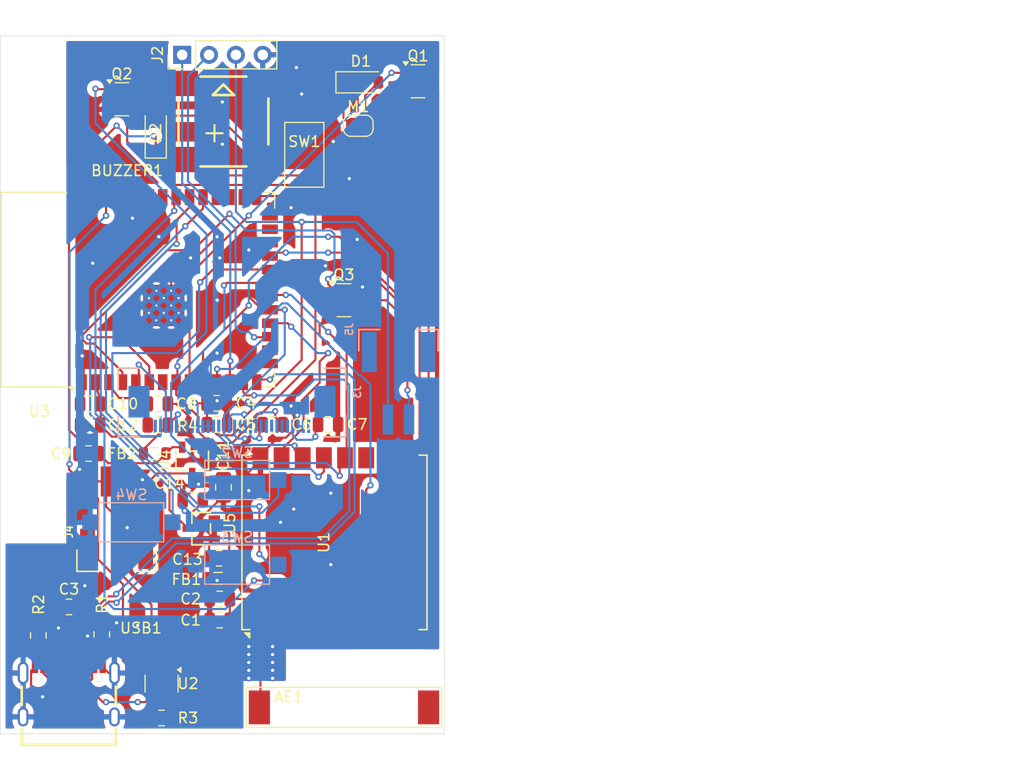
<source format=kicad_pcb>
(kicad_pcb (version 20240108) (generator "pcbnew") (generator_version "8.0")
  (layers (0 "F.Cu" signal) (31 "B.Cu" signal) (34 "B.Paste" user) (35 "F.Paste" user) (36 "B.SilkS" user "B.Silkscreen") (37 "F.SilkS" user "F.Silkscreen") (38 "B.Mask" user) (39 "F.Mask" user) (44 "Edge.Cuts" user))
  (net 0 "")
  (net 1 "Net-(D1-A)")
  (net 2 "GND")
  (net 3 "VIBRATE")
  (net 4 "BUZZER")
  (net 5 "Net-(D2-A)")
  (net 6 "LCD_LED")
  (net 7 "LCD_RST")
  (net 8 "RADIO_CS")
  (net 9 "+3.3V")
  (net 10 "ESP32_SCK")
  (net 11 "BTN_OK")
  (net 12 "ESP32_SCL")
  (net 13 "VBAT_STATUS")
  (net 14 "ESP32_MOSI")
  (net 15 "BTN_DOWN")
  (net 16 "RADIO_RST")
  (net 17 "ESP32_TX")
  (net 18 "LCD_CS")
  (net 19 "BTN_UP")
  (net 20 "ESP32_D-")
  (net 21 "ESP32_D+")
  (net 22 "ESP32_SDA")
  (net 23 "ESP32_MISO")
  (net 24 "BOOTMODE")
  (net 25 "ESP32_RX")
  (net 26 "VBAT_SCALED")
  (net 27 "RADIO_DIO0")
  (net 28 "RADIO_DIO1")
  (net 29 "RADIO_DIO2")
  (net 30 "Net-(AE1-A)")
  (net 31 "+BATT")
  (net 32 "+5V")
  (net 34 "Net-(J5-Pin_2)")
  (net 38 "Net-(U2-PROG)")
  (net 45 "Net-(U3-EN)")
  (net 51 "Net-(J3-Pin_19)")
  (net 52 "Net-(J3-Pin_20)")
  (net 53 "Net-(J3-Pin_27)")
  (net 64 "+3.3V_RF")
  (net 65 "Net-(U5-VOUT)")
  (net 66 "Net-(USB1-CC2)")
  (net 67 "Net-(USB1-CC1)")
  (net 72 "Net-(U4-VOUT)")
  (footprint "Capacitor_SMD:C_0805_2012Metric" (layer "F.Cu") (at 120.5 66.75)
    (property "Reference" "C5")
    (property "Value" "10u")
  )
  (footprint "Button_Switch_SMD:SW_SPST_CK_RS282G05A3" (layer "F.Cu") (at 128.75 41.25 -90)
    (property "Reference" "SW1")
    (property "Value" "SW_Push")
  )
  (footprint "Capacitor_SMD:C_0805_2012Metric" (layer "F.Cu") (at 109.6 86.6 90)
    (property "Reference" "R1")
    (property "Value" "5K1")
  )
  (footprint "Capacitor_SMD:C_0805_2012Metric" (layer "F.Cu") (at 120.75 85.25 180)
    (property "Reference" "C1")
    (property "Value" "100n")
  )
  (footprint "easyeda:BUZ-SMD_4P-L8.5-W8.5-P8.50-BR" (layer "F.Cu") (at 121.1 38.1)
    (property "Reference" "BUZZER1")
    (property "Value" "MLT-8530")
  )
  (footprint "Diode_SMD:D_SOD-123" (layer "F.Cu") (at 114.7 39.2 90)
    (property "Reference" "D2")
    (property "Value" "1N4148W")
  )
  (footprint "Package_TO_SOT_SMD:SOT-23-5" (layer "F.Cu") (at 115.25 91.25 -90)
    (property "Reference" "U2")
    (property "Value" "TP4054" (hide yes))
  )
  (footprint "Connector_PinHeader_2.54mm:PinHeader_1x04_P2.54mm_Vertical" (layer "F.Cu") (at 117.2 31.8 90)
    (property "Reference" "J2")
    (property "Value" "OLED_Disp")
  )
  (footprint "Package_TO_SOT_SMD:SOT-23" (layer "F.Cu") (at 132.5 55)
    (property "Reference" "Q3")
    (property "Value" "AO3400A")
  )
  (footprint "Capacitor_SMD:C_0805_2012Metric" (layer "F.Cu") (at 120.45 64.75)
    (property "Reference" "C4")
    (property "Value" "100n")
  )
  (footprint "Inductor_SMD:L_0805_2012Metric" (layer "F.Cu") (at 120.6 81.3 180)
    (property "Reference" "FB1")
    (property "Value" "GZ2012D601TF")
  )
  (footprint "Jumper:SolderJumper-2_P1.3mm_Open_RoundedPad1.0x1.5mm" (layer "F.Cu") (at 133.85 38.5)
    (property "Reference" "M1")
    (property "Value" "Motor_DC")
  )
  (footprint "Package_TO_SOT_SMD:SOT-23" (layer "F.Cu") (at 111.5 36)
    (property "Reference" "Q2")
    (property "Value" "AO3400A")
  )
  (footprint "RF_Module:ESP32-S3-WROOM-1" (layer "F.Cu") (at 113 54 90)
    (property "Reference" "U3")
    (property "Value" "ESP32-S3-WROOM-1" (hide yes))
  )
  (footprint "Diode_SMD:D_SOD-123" (layer "F.Cu") (at 134.1 34.4)
    (property "Reference" "D1")
    (property "Value" "1N4148W")
  )
  (footprint "Capacitor_SMD:C_0805_2012Metric" (layer "F.Cu") (at 103.6 86.7 90)
    (property "Reference" "R2")
    (property "Value" "5K1")
  )
  (footprint "Capacitor_SMD:C_0805_2012Metric" (layer "F.Cu") (at 115.25 94.5 180)
    (property "Reference" "R3")
    (property "Value" "2K2")
  )
  (footprint "Capacitor_SMD:C_0805_2012Metric" (layer "F.Cu") (at 114.9 66.8 180)
    (property "Reference" "R4")
    (property "Value" "10K")
  )
  (footprint "Capacitor_SMD:C_0805_2012Metric" (layer "F.Cu") (at 108.5 64.8 180)
    (property "Reference" "C10")
    (property "Value" "100n")
  )
  (footprint "Capacitor_SMD:C_0805_2012Metric" (layer "F.Cu") (at 120.7 79.4 180)
    (property "Reference" "C13")
    (property "Value" "1u")
  )
  (footprint "Capacitor_SMD:C_0805_2012Metric" (layer "F.Cu") (at 108.35 69.5 180)
    (property "Reference" "C9")
    (property "Value" "1u")
  )
  (footprint "easyeda:SOT-23-3_L2.9-W1.6-P1.90-LS2.8-BR" (layer "F.Cu") (at 119 76.6)
    (property "Reference" "U5")
    (property "Value" "MD57E33QA3")
  )
  (footprint "Capacitor_SMD:C_0805_2012Metric" (layer "F.Cu") (at 118.2 73.9 180)
    (property "Reference" "C14")
    (property "Value" "1u")
  )
  (footprint "easyeda:SOT-23-3_L2.9-W1.6-P1.90-LS2.8-BR" (layer "F.Cu") (at 118.15 70.14 90)
    (property "Reference" "U4")
    (property "Value" "MD57E33QA3")
  )
  (footprint "RF_Module:Ai-Thinker-Ra-01-LoRa" (layer "F.Cu") (at 131.6 77.9 90)
    (property "Reference" "U1")
    (property "Value" "Ai-Thinker-Ra-01" (hide yes))
  )
  (footprint "Capacitor_SMD:C_0805_2012Metric" (layer "F.Cu") (at 121.1 72.7 -90)
    (property "Reference" "C11")
    (property "Value" "1u")
  )
  (footprint "Inductor_SMD:L_0805_2012Metric" (layer "F.Cu") (at 114.6 69.5)
    (property "Reference" "FB2")
    (property "Value" "GZ2012D601TF")
  )
  (footprint "Capacitor_SMD:C_0805_2012Metric" (layer "F.Cu") (at 120.75 83.25 180)
    (property "Reference" "C2")
    (property "Value" "10u")
  )
  (footprint "Capacitor_SMD:C_0805_2012Metric" (layer "F.Cu") (at 125.75 66.75)
    (property "Reference" "C6")
    (property "Value" "2.2u")
  )
  (footprint "Capacitor_SMD:C_0805_2012Metric" (layer "F.Cu") (at 131 66.75)
    (property "Reference" "C7")
    (property "Value" "2.2u")
  )
  (footprint "Capacitor_SMD:C_0805_2012Metric" (layer "F.Cu") (at 108.5 66.8 180)
    (property "Reference" "C12")
    (property "Value" "10u")
  )
  (footprint "Capacitor_SMD:C_0805_2012Metric" (layer "F.Cu") (at 106.5 84)
    (property "Reference" "C3")
    (property "Value" "1u")
  )
  (footprint "Waffle2Rev0.1:ER-CON2.0-2P-SMD" (layer "F.Cu") (at 111 76.8875 180)
    (property "Reference" "J4")
    (property "Value" "BATT" (hide yes))
  )
  (footprint "easyeda:USB-C-SMD_TYPE-C16PIN" (layer "F.Cu") (at 106.48 92.04)
    (property "Reference" "USB1")
    (property "Value" "TYPE-C16PIN")
  )
  (footprint "RF_Antenna:Coilcraft_MA5532-AE_RFID" (layer "F.Cu") (at 129.5 93.5)
    (property "Reference" "AE1")
    (property "Value" "AN1603-433" (hide yes))
  )
  (footprint "Package_TO_SOT_SMD:SOT-23" (layer "F.Cu") (at 139.5 34.3)
    (property "Reference" "Q1")
    (property "Value" "AO3400A")
  )
  (footprint "Capacitor_SMD:C_0805_2012Metric" (layer "F.Cu") (at 114.9 64.8)
    (property "Reference" "C8")
    (property "Value" "1u")
  )
  (footprint "Button_Switch_SMD:SW_SPST_CK_RS282G05A3" (layer "B.Cu") (at 122.4 80 180)
    (property "Reference" "SW3")
    (property "Value" "BTN_DN")
  )
  (footprint "Waffle2Rev0.1:ER-CON2.0-2P-SMD" (layer "B.Cu") (at 137.65 61.525 180)
    (property "Reference" "J5")
    (property "Value" "LCD_BL" (hide yes))
  )
  (footprint "Button_Switch_SMD:SW_SPST_CK_RS282G05A3" (layer "B.Cu") (at 122.4 72 180)
    (property "Reference" "SW2")
    (property "Value" "BTN_UP")
  )
  (footprint "Waffle2Rev0.1:ER-CON30HB-1" (layer "B.Cu") (at 121.91 64.675)
    (property "Reference" "J3")
    (property "Value" "FH34SRJ-30S-0.5SH" (hide yes))
  )
  (footprint "Button_Switch_SMD:SW_SPST_CK_RS282G05A3" (layer "B.Cu") (at 112.4 76 180)
    (property "Reference" "SW4")
    (property "Value" "BTN_OK")
  )
  (gr_line (start 110.25 63) (end 111.25 64.25) (stroke (width 0.2)) (layer "F.Cu") (net 45))
  (gr_line (start 110 74.5) (end 110.5 75) (stroke (width 0.2)) (layer "F.Cu") (net 31))
  (gr_line (start 110.5 75) (end 113.25 75) (stroke (width 0.2)) (layer "F.Cu") (net 31))
  (gr_line (start 111.25 64.25) (end 112.75 64.25) (stroke (width 0.2)) (layer "F.Cu") (net 45))
  (gr_line (start 110 72.25) (end 110 74.5) (stroke (width 0.2)) (layer "F.Cu") (net 31))
  (gr_line (start 114 64.75) (end 114 66.75) (stroke (width 0.2)) (layer "F.Cu") (net 45))
  (gr_line (start 124.6 85.9) (end 124.6 92.8) (stroke (width 0.2)) (layer "F.Cu") (net 30))
  (gr_line (start 109.5 64.75) (end 109.5 66.75) (stroke (width 0.2)) (layer "F.Cu") (net 9))
  (gr_line (start 109 62.75) (end 109.5 64.75) (stroke (width 0.2)) (layer "F.Cu") (net 9))
  (gr_line (start 112.75 64.25) (end 114 64.75) (stroke (width 0.2)) (layer "F.Cu") (net 45))
  (gr_line (start 113.25 75) (end 114 74.25) (stroke (width 0.2)) (layer "F.Cu") (net 31))
  (gr_line (start 142 30) (end 142 96) (stroke (width 0.05)) (layer "Edge.Cuts"))
  (gr_line (start 100 96) (end 100 30) (stroke (width 0.05)) (layer "Edge.Cuts"))
  (gr_line (start 100 96) (end 142 96) (stroke (width 0.05)) (layer "Edge.Cuts"))
  (gr_line (start 100 30) (end 142 30) (stroke (width 0.05)) (layer "Edge.Cuts"))
  (segment (start 134.5 35.65) (end 135.75 34.4) (width 0.2) (layer "F.Cu") (net 1))
  (segment (start 137.5 31.5) (end 135.75 33.25) (width 0.2) (layer "F.Cu") (net 1))
  (segment (start 134.5 38.5) (end 134.5 35.65) (width 0.2) (layer "F.Cu") (net 1))
  (segment (start 135.75 33.25) (end 135.75 34.4) (width 0.2) (layer "F.Cu") (net 1))
  (segment (start 140.4375 32.9375) (end 139 31.5) (width 0.2) (layer "F.Cu") (net 1))
  (segment (start 140.4375 34.3) (end 140.4375 32.9375) (width 0.2) (layer "F.Cu") (net 1))
  (segment (start 139 31.5) (end 137.5 31.5) (width 0.2) (layer "F.Cu") (net 1))
  (segment (start 110.8 85.7) (end 111 85.5) (width 0.2) (layer "F.Cu") (net 2))
  (segment (start 119.1 68.9) (end 119.4 68.9) (width 0.2) (layer "F.Cu") (net 2))
  (segment (start 118 67.8) (end 119.1 68.9) (width 0.2) (layer "F.Cu") (net 2))
  (segment (start 109.6 85.65) (end 110.85 85.65) (width 0.2) (layer "F.Cu") (net 2))
  (segment (start 128 34.2) (end 125.45 36.75) (width 0.2) (layer "F.Cu") (net 2))
  (segment (start 107.5 71) (end 107.5 69.6) (width 0.2) (layer "F.Cu") (net 2))
  (segment (start 119.75 78.04) (end 120.24 77.55) (width 0.2) (layer "F.Cu") (net 2))
  (segment (start 131.25 73.25) (end 131.125 73.375) (width 0.2) (layer "F.Cu") (net 2))
  (segment (start 121.1 73.65) (end 124.6 70.15) (width 0.2) (layer "F.Cu") (net 2))
  (segment (start 131.95 66.75) (end 131.95 60.101471) (width 0.2) (layer "F.Cu") (net 2))
  (segment (start 116.16 52.84) (end 118 51) (width 0.2) (layer "F.Cu") (net 2))
  (segment (start 123.434313 64.6) (end 123.284313 64.75) (width 0.2) (layer "F.Cu") (net 2))
  (segment (start 127.75 74.75) (end 129.75 74.75) (width 0.2) (layer "F.Cu") (net 2))
  (segment (start 118 66.151471) (end 118 67.8) (width 0.2) (layer "F.Cu") (net 2))
  (segment (start 119.85 72.4) (end 121.1 73.65) (width 0.2) (layer "F.Cu") (net 2))
  (segment (start 102.915 90.045) (end 102.915 91.415) (width 0.2) (layer "F.Cu") (net 2))
  (segment (start 121.4 66.7) (end 121.45 66.75) (width 0.2) (layer "F.Cu") (net 2))
  (segment (start 105.25 85.75) (end 105.5 86) (width 0.2) (layer "F.Cu") (net 2))
  (segment (start 120.5 82.55) (end 120.5 81.5) (width 0.2) (layer "F.Cu") (net 2))
  (segment (start 118.75 72.4) (end 119.85 72.4) (width 0.2) (layer "F.Cu") (net 2))
  (segment (start 123.348529 54.5) (end 121 54.5) (width 0.2) (layer "F.Cu") (net 2))
  (segment (start 117.25 74.75) (end 117.441394 74.941394) (width 0.2) (layer "F.Cu") (net 2))
  (segment (start 130.2 57.3125) (end 131.5625 55.95) (width 0.2) (layer "F.Cu") (net 2))
  (segment (start 120.24 77.55) (end 119 76.31) (width 0.2) (layer "F.Cu") (net 2))
  (segment (start 117.25 73.9) (end 117.25 74.75) (width 0.2) (layer "F.Cu") (net 2))
  (segment (start 126.25 68) (end 127 68) (width 0.2) (layer "F.Cu") (net 2))
  (segment (start 123.13385 68.087157) (end 123.13385 68.63385) (width 0.2) (layer "F.Cu") (net 2))
  (segment (start 103.28 89.68) (end 102.915 90.045) (width 0.2) (layer "F.Cu") (net 2))
  (segment (start 131.5 40) (end 128.85 37.35) (width 0.2) (layer "F.Cu") (net 2))
  (segment (start 107.5 69.6) (end 107.4 69.5) (width 0.2) (layer "F.Cu") (net 2))
  (segment (start 128 66) (end 128.077527 65.922473) (width 0.2) (layer "F.Cu") (net 2))
  (segment (start 110.85 85.65) (end 111 85.5) (width 0.2) (layer "F.Cu") (net 2))
  (segment (start 127 68) (end 128 67) (width 0.2) (layer "F.Cu") (net 2))
  (segment (start 112 72.1375) (end 113.282579 72.1375) (width 0.2) (layer "F.Cu") (net 2))
  (segment (start 131.125 73.375) (end 131.125 79.875) (width 0.2) (layer "F.Cu") (net 2))
  (segment (start 119.8 83.25) (end 120.5 82.55) (width 0.2) (layer "F.Cu") (net 2))
  (segment (start 133 43.5) (end 133 48.5) (width 0.2) (layer "F.Cu") (net 2))
  (segment (start 110.25 90.25) (end 109.68 89.68) (width 0.2) (layer "F.Cu") (net 2))
  (segment (start 124.6 69.65) (end 126.25 68) (width 0.2) (layer "F.Cu") (net 2))
  (segment (start 117.441394 74.941394) (end 117.441394 74.910076) (width 0.2) (layer "F.Cu") (net 2))
  (segment (start 113.282579 72.1375) (end 113.442914 71.977165) (width 0.2) (layer "F.Cu") (net 2))
  (segment (start 120.75 64.75) (end 120.5 64.5) (width 0.2) (layer "F.Cu") (net 2))
  (segment (start 134.25 53.75) (end 132.25 51.75) (width 0.2) (layer "F.Cu") (net 2))
  (segment (start 133 48.5) (end 133.75 49.25) (width 0.2) (layer "F.Cu") (net 2))
  (segment (start 119.1 68.9) (end 123.6 68.9) (width 0.2) (layer "F.Cu") (net 2))
  (segment (start 123.284313 64.75) (end 121.4 64.75) (width 0.2) (layer "F.Cu") (net 2))
  (segment (start 115.85 64.8) (end 116.648529 64.8) (width 0.2) (layer "F.Cu") (net 2))
  (segment (start 107.74 62.75) (end 107.74 60.26) (width 0.2) (layer "F.Cu") (net 2))
  (segment (start 128.85 37.35) (end 128.75 37.35) (width 0.2) (layer "F.Cu") (net 2))
  (segment (start 103.6 85.75) (end 105.25 85.75) (width 0.2) (layer "F.Cu") (net 2))
  (segment (start 121 54.5) (end 120.5 55) (width 0.2) (layer "F.Cu") (net 2))
  (segment (start 118.5 81.95) (end 118.5 80.65) (width 0.2) (layer "F.Cu") (net 2))
  (segment (start 119.75 79.4) (end 119.75 78.04) (width 0.2) (layer "F.Cu") (net 2))
  (segment (start 124.82 31.8) (end 126.8 31.8) (width 0.2) (layer "F.Cu") (net 2))
  (segment (start 119.4 68.9) (end 120.5 70) (width 0.2) (layer "F.Cu") (net 2))
  (segment (start 107.777477 66.8) (end 108.482326 67.504849) (width 0.2) (layer "F.Cu") (net 2))
  (segment (start 132.25 51.75) (end 130.75 51.75) (width 0.2) (layer "F.Cu") (net 2))
  (segment (start 120.75 51) (end 122.75 51) (width 0.2) (layer "F.Cu") (net 2))
  (segment (start 116.648529 64.8) (end 118 66.151471) (width 0.2) (layer "F.Cu") (net 2))
  (segment (start 128 67) (end 128 66) (width 0.2) (layer "F.Cu") (net 2))
  (segment (start 121.4 64.75) (end 120.75 64.75) (width 0.2) (layer "F.Cu") (net 2))
  (segment (start 102.915 91.415) (end 104 92.5) (width 0.2) (layer "F.Cu") (net 2))
  (segment (start 131.5625 55.95) (end 131.5625 55.496948) (width 0.2) (layer "F.Cu") (net 2))
  (segment (start 124.45 55.601471) (end 123.348529 54.5) (width 0.2) (layer "F.Cu") (net 2))
  (segment (start 138.5625 35.25) (end 138.5625 37.9375) (width 0.2) (layer "F.Cu") (net 2))
  (segment (start 121.4 64.75) (end 121.4 66.7) (width 0.2) (layer "F.Cu") (net 2))
  (segment (start 131.5625 55.496948) (end 133.309448 53.75) (width 0.2) (layer "F.Cu") (net 2))
  (segment (start 117.25 73.9) (end 118.75 72.4) (width 0.2) (layer "F.Cu") (net 2))
  (segment (start 110.8 90.25) (end 110.25 90.25) (width 0.2) (layer "F.Cu") (net 2))
  (segment (start 118.5 80.65) (end 119.75 79.4) (width 0.2) (layer "F.Cu") (net 2))
  (segment (start 107.75 60.25) (end 107.74 60.26) (width 0.2) (layer "F.Cu") (net 2))
  (segment (start 109.6 85.65) (end 109.35 85.65) (width 0.2) (layer "F.Cu") (net 2))
  (segment (start 119 75.6) (end 120.95 73.65) (width 0.2) (layer "F.Cu") (net 2))
  (segment (start 110.8 90.25) (end 110.8 85.7) (width 0.2) (layer "F.Cu") (net 2))
  (segment (start 128 33) (end 128 34.2) (width 0.2) (layer "F.Cu") (net 2))
  (segment (start 120.5 60) (end 124.45 56.05) (width 0.2) (layer "F.Cu") (net 2))
  (segment (start 119.8 83.25) (end 118.5 81.95) (width 0.2) (layer "F.Cu") (net 2))
  (segment (start 119.8 85.25) (end 119.8 83.25) (width 0.2) (layer "F.Cu") (net 2))
  (segment (start 133.309448 53.75) (end 134.25 53.75) (width 0.2) (layer "F.Cu") (net 2))
  (segment (start 122.75 51) (end 123.5 50.25) (width 0.2) (layer "F.Cu") (net 2))
  (segment (start 124.45 56.05) (end 124.45 55.601471) (width 0.2) (layer "F.Cu") (net 2))
  (segment (start 122.85 73.65) (end 123.5 73) (width 0.2) (layer "F.Cu") (net 2))
  (segment (start 114.25 49) (end 115 49) (width 0.2) (layer "F.Cu") (net 2))
  (segment (start 119 76.31) (end 119 75.6) (width 0.2) (layer "F.Cu") (net 2))
  (segment (start 121.5 36.75) (end 121 36.25) (width 0.2) (layer "F.Cu") (net 2))
  (segment (start 107.55 66.8) (end 107.777477 66.8) (width 0.2) (layer "F.Cu") (net 2))
  (segment (start 109.35 85.65) (end 108.25 86.75) (width 0.2) (layer "F.Cu") (net 2))
  (segment (start 126.5 76) (end 127.75 74.75) (width 0.2) (layer "F.Cu") (net 2))
  (segment (start 124.4 69.9) (end 124.6 69.9) (width 0.2) (layer "F.Cu") (net 2))
  (segment (start 123.6 68.9) (end 124.6 69.9) (width 0.2) (layer "F.Cu") (net 2))
  (segment (start 131.95 60.101471) (end 130.2 58.351471) (width 0.2) (layer "F.Cu") (net 2))
  (segment (start 138.5625 37.9375) (end 133 43.5) (width 0.2) (layer "F.Cu") (net 2))
  (segment (start 129.75 74.75) (end 131.25 73.25) (width 0.2) (layer "F.Cu") (net 2))
  (segment (start 118.5 51) (end 120.5 49) (width 0.2) (layer "F.Cu") (net 2))
  (segment (start 116.16 54.1) (end 116.16 52.84) (width 0.2) (layer "F.Cu") (net 2))
  (segment (start 124.6 69.9) (end 124.6 69.65) (width 0.2) (layer "F.Cu") (net 2))
  (segment (start 128.077527 65.922473) (end 128.077527 65.877589) (width 0.2) (layer "F.Cu") (net 2))
  (segment (start 112.5 47.25) (end 114.25 49) (width 0.2) (layer "F.Cu") (net 2))
  (segment (start 123.13385 68.63385) (end 124.4 69.9) (width 0.2) (layer "F.Cu") (net 2))
  (segment (start 118 51) (end 118.5 51) (width 0.2) (layer "F.Cu") (net 2))
  (segment (start 120.95 73.65) (end 121.1 73.65) (width 0.2) (layer "F.Cu") (net 2))
  (segment (start 112.5 47.75) (end 112.5 47.25) (width 0.2) (layer "F.Cu") (net 2))
  (segment (start 108.75 51.5) (end 112.5 47.75) (width 0.2) (layer "F.Cu") (net 2))
  (segment (start 130.2 58.351471) (end 130.2 57.3125) (width 0.2) (layer "F.Cu") (net 2))
  (segment (start 121.1 73.65) (end 122.85 73.65) (width 0.2) (layer "F.Cu") (net 2))
  (segment (start 125.75 87.75) (end 126.6 86.9) (width 0.2) (layer "F.Cu") (net 2))
  (segment (start 125.45 36.75) (end 121.5 36.75) (width 0.2) (layer "F.Cu") (net 2))
  (segment (start 124.6 70.15) (end 124.6 69.9) (width 0.2) (layer "F.Cu") (net 2))
  (segment (start 126.8 31.8) (end 128 33) (width 0.2) (layer "F.Cu") (net 2))
  (segment (start 126.6 86.9) (end 126.6 85.9) (width 0.2) (layer "F.Cu") (net 2))
  (segment (start 131.125 79.875) (end 131.25 80) (width 0.2) (layer "F.Cu") (net 2))
  (via (at 113.442914 71.977165) (size 0.6) (drill 0.3) (layers "F.Cu" "B.Cu") (net 2))
  (via (at 120.5 55) (size 0.6) (drill 0.3) (layers "F.Cu" "B.Cu") (net 2))
  (via (at 120.5 64.5) (size 0.6) (drill 0.3) (layers "F.Cu" "B.Cu") (net 2))
  (via (at 107.74 60.26) (size 0.6) (drill 0.3) (layers "F.Cu" "B.Cu") (net 2))
  (via (at 131.25 80) (size 0.6) (drill 0.3) (layers "F.Cu" "B.Cu") (net 2))
  (via (at 123.5 90) (size 0.6) (drill 0.3) (layers "F.Cu" "B.Cu") (net 2))
  (via (at 123.434313 64.6) (size 0.6) (drill 0.3) (layers "F.Cu" "B.Cu") (net 2))
  (via (at 112.5 47.25) (size 0.6) (drill 0.3) (layers "F.Cu" "B.Cu") (net 2))
  (via (at 108.75 51.5) (size 0.6) (drill 0.3) (layers "F.Cu" "B.Cu") (net 2))
  (via (at 125.75 90) (size 0.6) (drill 0.3) (layers "F.Cu" "B.Cu") (net 2))
  (via (at 133 43.5) (size 0.6) (drill 0.3) (layers "F.Cu" "B.Cu") (net 2))
  (via (at 121 36.25) (size 0.6) (drill 0.3) (layers "F.Cu" "B.Cu") (net 2))
  (via (at 125.75 90.75) (size 0.6) (drill 0.3) (layers "F.Cu" "B.Cu") (net 2))
  (via (at 123.5 73) (size 0.6) (drill 0.3) (layers "F.Cu" "B.Cu") (net 2))
  (via (at 120.5 81.5) (size 0.6) (drill 0.3) (layers "F.Cu" "B.Cu") (net 2))
  (via (at 126.5 76) (size 0.6) (drill 0.3) (layers "F.Cu" "B.Cu") (net 2))
  (via (at 115 49) (size 0.6) (drill 0.3) (layers "F.Cu" "B.Cu") (net 2))
  (via (at 133.75 49.25) (size 0.6) (drill 0.3) (layers "F.Cu" "B.Cu") (net 2))
  (via (at 123.5 87.75) (size 0.6) (drill 0.3) (layers "F.Cu" "B.Cu") (net 2))
  (via (at 108.482326 67.504849) (size 0.6) (drill 0.3) (layers "F.Cu" "B.Cu") (net 2))
  (via (at 123.13385 68.087157) (size 0.6) (drill 0.3) (layers "F.Cu" "B.Cu") (net 2))
  (via (at 108.25 86.75) (size 0.6) (drill 0.3) (layers "F.Cu" "B.Cu") (net 2))
  (via (at 128 33) (size 0.6) (drill 0.3) (layers "F.Cu" "B.Cu") (net 2))
  (via (at 123.5 90.75) (size 0.6) (drill 0.3) (layers "F.Cu" "B.Cu") (net 2))
  (via (at 123.5 88.5) (size 0.6) (drill 0.3) (layers "F.Cu" "B.Cu") (net 2))
  (via (at 134.25 53.75) (size 0.6) (drill 0.3) (layers "F.Cu" "B.Cu") (net 2))
  (via (at 130.75 51.75) (size 0.6) (drill 0.3) (layers "F.Cu" "B.Cu") (net 2))
  (via (at 131.5 40) (size 0.6) (drill 0.3) (layers "F.Cu" "B.Cu") (net 2))
  (via (at 107.5 71) (size 0.6) (drill 0.3) (layers "F.Cu" "B.Cu") (net 2))
  (via (at 104 92.5) (size 0.6) (drill 0.3) (layers "F.Cu" "B.Cu") (net 2))
  (via (at 125.75 89.25) (size 0.6) (drill 0.3) (layers "F.Cu" "B.Cu") (net 2))
  (via (at 121 40.25) (size 0.6) (drill 0.3) (layers "F.Cu" "B.Cu") (net 2))
  (via (at 127.75 74.75) (size 0.6) (drill 0.3) (layers "F.Cu" "B.Cu") (net 2))
  (via (at 125.75 88.5) (size 0.6) (drill 0.3) (layers "F.Cu" "B.Cu") (net 2))
  (via (at 120.5 70) (size 0.6) (drill 0.3) (layers "F.Cu" "B.Cu") (net 2))
  (via (at 105.5 86) (size 0.6) (drill 0.3) (layers "F.Cu" "B.Cu") (net 2))
  (via (at 125.75 87.75) (size 0.6) (drill 0.3) (layers "F.Cu" "B.Cu") (net 2))
  (via (at 120.5 60) (size 0.6) (drill 0.3) (layers "F.Cu" "B.Cu") (net 2))
  (via (at 120.75 51) (size 0.6) (drill 0.3) (layers "F.Cu" "B.Cu") (net 2))
  (via (at 128.077527 65.877589) (size 0.6) (drill 0.3) (layers "F.Cu" "B.Cu") (net 2))
  (via (at 118 51) (size 0.6) (drill 0.3) (layers "F.Cu" "B.Cu") (net 2))
  (via (at 123.5 89.25) (size 0.6) (drill 0.3) (layers "F.Cu" "B.Cu") (net 2))
  (via (at 108 82) (size 0.6) (drill 0.3) (layers "F.Cu" "B.Cu") (net 2))
  (via (at 127.5 65) (size 0.6) (drill 0.3) (layers "F.Cu" "B.Cu") (net 2))
  (via (at 118.75 72.4) (size 0.6) (drill 0.3) (layers "F.Cu" "B.Cu") (net 2))
  (via (at 123.5 50.25) (size 0.6) (drill 0.3) (layers "F.Cu" "B.Cu") (net 2))
  (via (at 111 85.5) (size 0.6) (drill 0.3) (layers "F.Cu" "B.Cu") (net 2))
  (via (at 112 76.5) (size 0.6) (drill 0.3) (layers "F.Cu" "B.Cu") (net 2))
  (via (at 120.5 49) (size 0.6) (drill 0.3) (layers "F.Cu" "B.Cu") (net 2))
  (via (at 131.25 73.25) (size 0.6) (drill 0.3) (layers "F.Cu" "B.Cu") (net 2))
  (via (at 113 85.75) (size 0.6) (drill 0.3) (layers "F.Cu" "B.Cu") (net 2))
  (via (at 117.441394 74.910076) (size 0.6) (drill 0.3) (layers "F.Cu" "B.Cu") (net 2))
  (via (at 127.5 46.25) (size 0.6) (drill 0.3) (layers "F.Cu" "B.Cu") (net 2))
  (via (at 128.5 35.5) (size 0.6) (drill 0.3) (layers "F.Cu" "B.Cu") (net 2))
  (segment (start 108.482326 70.017674) (end 107.5 71) (width 0.2) (layer "B.Cu") (net 2))
  (segment (start 133 43.5) (end 131.5 42) (width 0.2) (layer "B.Cu") (net 2))
  (segment (start 128.077527 65.877589) (end 128.077527 65.577527) (width 0.2) (layer "B.Cu") (net 2))
  (segment (start 128.077527 65.577527) (end 127.5 65) (width 0.2) (layer "B.Cu") (net 2))
  (segment (start 111 85.5) (end 112.75 85.5) (width 0.2) (layer "B.Cu") (net 2))
  (segment (start 118.5 72) (end 118.5 72.15) (width 0.2) (layer "B.Cu") (net 2))
  (segment (start 128.16 65.960062) (end 128.16 66.925) (width 0.2) (layer "B.Cu") (net 2))
  (segment (start 120.75 49.25) (end 120.75 51) (width 0.2) (layer "B.Cu") (net 2))
  (segment (start 128.66 66.925) (end 128.16 66.925) (width 0.2) (layer "B.Cu") (net 2))
  (segment (start 123.434313 64.565687) (end 123.434313 64.6) (width 0.2) (layer "B.Cu") (net 2))
  (segment (start 108.75 51.75) (end 108.75 51.5) (width 0.2) (layer "B.Cu") (net 2))
  (segment (start 128 35) (end 128.5 35.5) (width 0.2) (layer "B.Cu") (net 2))
  (segment (start 120.5 49) (end 120.75 49.25) (width 0.2) (layer "B.Cu") (net 2))
  (segment (start 127.5 65) (end 127.4 64.9) (width 0.2) (layer "B.Cu") (net 2))
  (segment (start 131.5 42) (end 131.5 40) (width 0.2) (layer "B.Cu") (net 2))
  (segment (start 122.447157 68.087157) (end 122.16 67.8) (width 0.2) (layer "B.Cu") (net 2))
  (segment (start 127.4 64.9) (end 123.9 64.9) (width 0.2) (layer "B.Cu") (net 2))
  (segment (start 121 36.25) (end 121 40.25) (width 0.2) (layer "B.Cu") (net 2))
  (segment (start 117.441394 74.910076) (end 118.531318 76) (width 0.2) (layer "B.Cu") (net 2))
  (segment (start 107.74 52.76) (end 108 52.5) (width 0.2) (layer "B.Cu") (net 2))
  (segment (start 128 33) (end 128 35) (width 0.2) (layer "B.Cu") (net 2))
  (segment (start 123.9 64.9) (end 123.5 64.5) (width 0.2) (layer "B.Cu") (net 2))
  (segment (start 111 85.5) (end 108 82.5) (width 0.2) (layer "B.Cu") (net 2))
  (segment (start 123.5 64.5) (end 123.434313 64.565687) (width 0.2) (layer "B.Cu") (net 2))
  (segment (start 113.442914 71.977165) (end 112 73.420079) (width 0.2) (layer "B.Cu") (net 2))
  (segment (start 118.5 72.15) (end 118.75 72.4) (width 0.2) (layer "B.Cu") (net 2))
  (segment (start 107.74 60.26) (end 107.74 52.76) (width 0.2) (layer "B.Cu") (net 2))
  (segment (start 108.482326 67.504849) (end 108.482326 70.017674) (width 0.2) (layer "B.Cu") (net 2))
  (segment (start 130.25 43.5) (end 127.5 46.25) (width 0.2) (layer "B.Cu") (net 2))
  (segment (start 119.9 60.6) (end 120.5 60) (width 0.2) (layer "B.Cu") (net 2))
  (segment (start 108 82.5) (end 108 82) (width 0.2) (layer "B.Cu") (net 2))
  (segment (start 133 43.5) (end 130.25 43.5) (width 0.2) (layer "B.Cu") (net 2))
  (segment (start 112.75 85.5) (end 113 85.75) (width 0.2) (layer "B.Cu") (net 2))
  (segment (start 122.16 67.8) (end 122.16 66.925) (width 0.2) (layer "B.Cu") (net 2))
  (segment (start 108 52.5) (end 108.75 51.75) (width 0.2) (layer "B.Cu") (net 2))
  (segment (start 123.13385 68.087157) (end 122.447157 68.087157) (width 0.2) (layer "B.Cu") (net 2))
  (segment (start 118.531318 76) (end 126.5 76) (width 0.2) (layer "B.Cu") (net 2))
  (segment (start 112 73.420079) (end 112 76.5) (width 0.2) (layer "B.Cu") (net 2))
  (segment (start 119.9 63.9) (end 119.9 60.6) (width 0.2) (layer "B.Cu") (net 2))
  (segment (start 128.077527 65.877589) (end 128.16 65.960062) (width 0.2) (layer "B.Cu") (net 2))
  (segment (start 120.5 64.5) (end 119.9 63.9) (width 0.2) (layer "B.Cu") (net 2))
  (segment (start 117.9 52.6) (end 123.5 47) (width 0.2) (layer "F.Cu") (net 3))
  (segment (start 117.9 62.75) (end 117.9 52.6) (width 0.2) (layer "F.Cu") (net 3))
  (segment (start 138.4125 33.5) (end 138.5625 33.35) (width 0.2) (layer "F.Cu") (net 3))
  (segment (start 137 33.5) (end 138.4125 33.5) (width 0.2) (layer "F.Cu") (net 3))
  (via (at 137 33.5) (size 0.6) (drill 0.3) (layers "F.Cu" "B.Cu") (net 3))
  (via (at 123.5 47) (size 0.6) (drill 0.3) (layers "F.Cu" "B.Cu") (net 3))
  (segment (start 123.5 47) (end 137 33.5) (width 0.2) (layer "B.Cu") (net 3))
  (segment (start 122.940279 67.487157) (end 124 66.427436) (width 0.2) (layer "F.Cu") (net 4))
  (segment (start 119.7 68.409744) (end 119.790256 68.5) (width 0.2) (layer "F.Cu") (net 4))
  (segment (start 119.790256 68.5) (end 121.927436 68.5) (width 0.2) (layer "F.Cu") (net 4))
  (segment (start 124.315256 65.725) (end 124.702436 65.725) (width 0.2) (layer "F.Cu") (net 4))
  (segment (start 122.53385 67.893586) (end 122.53385 67.838628) (width 0.2) (layer "F.Cu") (net 4))
  (segment (start 121.927436 68.5) (end 122.53385 67.893586) (width 0.2) (layer "F.Cu") (net 4))
  (segment (start 112 37.009448) (end 110.5625 35.571948) (width 0.2) (layer "F.Cu") (net 4))
  (segment (start 110.5625 35.05) (end 109.05 35.05) (width 0.2) (layer "F.Cu") (net 4))
  (segment (start 116.1 44.1) (end 112 40) (width 0.2) (layer "F.Cu") (net 4))
  (segment (start 109.05 35.05) (end 109 35) (width 0.2) (layer "F.Cu") (net 4))
  (segment (start 129.8 60.627436) (end 129.8 44.1) (width 0.2) (layer "F.Cu") (net 4))
  (segment (start 119.355256 68.065) (end 119.7 68.065) (width 0.2) (layer "F.Cu") (net 4))
  (segment (start 122.885321 67.487157) (end 122.940279 67.487157) (width 0.2) (layer "F.Cu") (net 4))
  (segment (start 116.75 62.63) (end 116.63 62.75) (width 0.2) (layer "F.Cu") (net 4))
  (segment (start 124 66.427436) (end 124 66.040256) (width 0.2) (layer "F.Cu") (net 4))
  (segment (start 110.5625 35.571948) (end 110.5625 35.05) (width 0.2) (layer "F.Cu") (net 4))
  (segment (start 116.75 61.25) (end 116.75 62.63) (width 0.2) (layer "F.Cu") (net 4))
  (segment (start 122.53385 67.838628) (end 122.885321 67.487157) (width 0.2) (layer "F.Cu") (net 4))
  (segment (start 116.63 62.75) (end 116.63 63.920256) (width 0.2) (layer "F.Cu") (net 4))
  (segment (start 118.75 66.040256) (end 118.75 67.459744) (width 0.2) (layer "F.Cu") (net 4))
  (segment (start 116.63 63.920256) (end 118.75 66.040256) (width 0.2) (layer "F.Cu") (net 4))
  (segment (start 124.702436 65.725) (end 129.8 60.627436) (width 0.2) (layer "F.Cu") (net 4))
  (segment (start 129.8 44.1) (end 116.1 44.1) (width 0.2) (layer "F.Cu") (net 4))
  (segment (start 124 66.040256) (end 124.315256 65.725) (width 0.2) (layer "F.Cu") (net 4))
  (segment (start 112 40) (end 112 37.009448) (width 0.2) (layer "F.Cu") (net 4))
  (segment (start 118.75 67.459744) (end 119.355256 68.065) (width 0.2) (layer "F.Cu") (net 4))
  (segment (start 119.7 68.065) (end 119.7 68.409744) (width 0.2) (layer "F.Cu") (net 4))
  (via (at 109 35) (size 0.6) (drill 0.3) (layers "F.Cu" "B.Cu") (net 4))
  (via (at 116.75 61.25) (size 0.6) (drill 0.3) (layers "F.Cu" "B.Cu") (net 4))
  (segment (start 119.5 48.75) (end 119.5 58) (width 0.2) (layer "B.Cu") (net 4))
  (segment (start 116.75 60.75) (end 116.75 61.25) (width 0.2) (layer "B.Cu") (net 4))
  (segment (start 109 38.25) (end 119.5 48.75) (width 0.2) (layer "B.Cu") (net 4))
  (segment (start 119 58.5) (end 116.75 60.75) (width 0.2) (layer "B.Cu") (net 4))
  (segment (start 109 35) (end 109 38.25) (width 0.2) (layer "B.Cu") (net 4))
  (segment (start 119.5 58) (end 119 58.5) (width 0.2) (layer "B.Cu") (net 4))
  (segment (start 124.7 41.7) (end 120.55 37.55) (width 0.2) (layer "F.Cu") (net 5))
  (segment (start 120.55 37.55) (end 114.7 37.55) (width 0.2) (layer "F.Cu") (net 5))
  (segment (start 114.7 37.55) (end 113.9875 37.55) (width 0.2) (layer "F.Cu") (net 5))
  (segment (start 113.9875 37.55) (end 112.4375 36) (width 0.2) (layer "F.Cu") (net 5))
  (segment (start 115.777206 50.274265) (end 118.225735 50.274265) (width 0.2) (layer "F.Cu") (net 6))
  (segment (start 107.8 58.748529) (end 107.8 58.251471) (width 0.2) (layer "F.Cu") (net 6))
  (segment (start 111.55 62.75) (end 111.55 61.8) (width 0.2) (layer "F.Cu") (net 6))
  (segment (start 131 53) (end 131 53.4875) (width 0.2) (layer "F.Cu") (net 6))
  (segment (start 131 53.4875) (end 131.5625 54.05) (width 0.2) (layer "F.Cu") (net 6))
  (segment (start 108.151471 59.1) (end 107.8 58.748529) (width 0.2) (layer "F.Cu") (net 6))
  (segment (start 107.8 58.251471) (end 115.777206 50.274265) (width 0.2) (layer "F.Cu") (net 6))
  (segment (start 108.85 59.1) (end 108.151471 59.1) (width 0.2) (layer "F.Cu") (net 6))
  (segment (start 118.225735 50.274265) (end 121.674265 46.825735) (width 0.2) (layer "F.Cu") (net 6))
  (segment (start 111.55 61.8) (end 108.85 59.1) (width 0.2) (layer "F.Cu") (net 6))
  (via (at 121.674265 46.825735) (size 0.6) (drill 0.3) (layers "F.Cu" "B.Cu") (net 6))
  (via (at 131 53) (size 0.6) (drill 0.3) (layers "F.Cu" "B.Cu") (net 6))
  (segment (start 123.24853 48.4) (end 131.248529 48.4) (width 0.2) (layer "B.Cu") (net 6))
  (segment (start 121.674265 46.825735) (end 123.24853 48.4) (width 0.2) (layer "B.Cu") (net 6))
  (segment (start 131.6 52.4) (end 131 53) (width 0.2) (layer "B.Cu") (net 6))
  (segment (start 131.248529 48.4) (end 131.6 48.751471) (width 0.2) (layer "B.Cu") (net 6))
  (segment (start 131.6 48.751471) (end 131.6 52.4) (width 0.2) (layer "B.Cu") (net 6))
  (segment (start 113.1 61.1) (end 113.1 62.47) (width 0.2) (layer "F.Cu") (net 7))
  (segment (start 113.1 62.47) (end 112.82 62.75) (width 0.2) (layer "F.Cu") (net 7))
  (via (at 113.1 61.1) (size 0.6) (drill 0.3) (layers "F.Cu" "B.Cu") (net 7))
  (segment (start 115.66 63.66) (end 113.1 61.1) (width 0.2) (layer "B.Cu") (net 7))
  (segment (start 115.66 66.925) (end 115.66 63.66) (width 0.2) (layer "B.Cu") (net 7))
  (segment (start 127.175 57.175) (end 125.5 57.175) (width 0.2) (layer "F.Cu") (net 8))
  (segment (start 130.2 60.8) (end 131 60) (width 0.2) (layer "F.Cu") (net 8))
  (segment (start 128.677527 64.677527) (end 128.5 64.5) (width 0.2) (layer "F.Cu") (net 8))
  (segment (start 128.677527 67.055285) (end 128.677527 64.677527) (width 0.2) (layer "F.Cu") (net 8))
  (segment (start 128.5 64.5) (end 130.2 62.8) (width 0.2) (layer "F.Cu") (net 8))
  (segment (start 130.2 62.8) (end 130.2 60.8) (width 0.2) (layer "F.Cu") (net 8))
  (segment (start 126.6 69.132812) (end 128.677527 67.055285) (width 0.2) (layer "F.Cu") (net 8))
  (segment (start 127.5 57.5) (end 127.175 57.175) (width 0.2) (layer "F.Cu") (net 8))
  (segment (start 126.6 69.9) (end 126.6 69.132812) (width 0.2) (layer "F.Cu") (net 8))
  (via (at 127.5 57.5) (size 0.6) (drill 0.3) (layers "F.Cu" "B.Cu") (net 8))
  (via (at 131 60) (size 0.6) (drill 0.3) (layers "F.Cu" "B.Cu") (net 8))
  (segment (start 130 60) (end 127.5 57.5) (width 0.2) (layer "B.Cu") (net 8))
  (segment (start 131 60) (end 130 60) (width 0.2) (layer "B.Cu") (net 8))
  (segment (start 118.5 64.8) (end 118.4 64.7) (width 0.2) (layer "F.Cu") (net 9))
  (segment (start 116.8 65.8) (end 116.8 65.85) (width 0.2) (layer "F.Cu") (net 9))
  (segment (start 123.069372 65.791843) (end 123.352215 65.791843) (width 0.2) (layer "F.Cu") (net 9))
  (segment (start 121.934744 67.775) (end 120.575 67.775) (width 0.2) (layer "F.Cu") (net 9))
  (segment (start 118.65 64.75) (end 118.6 64.8) (width 0.2) (layer "F.Cu") (net 9))
  (segment (start 109.45 66.8) (end 110.55 67.9) (width 0.2) (layer "F.Cu") (net 9))
  (segment (start 123.069372 65.791843) (end 123.069372 66.640372) (width 0.2) (layer "F.Cu") (net 9))
  (segment (start 113.5375 69.5) (end 113.5375 69.1125) (width 0.2) (layer "F.Cu") (net 9))
  (segment (start 113.5375 69.1125) (end 114.75 67.9) (width 0.2) (layer "F.Cu") (net 9))
  (segment (start 119.55 66.75) (end 119.55 64.8) (width 0.2) (layer "F.Cu") (net 9))
  (segment (start 116.8 65.85) (end 115.85 66.8) (width 0.2) (layer "F.Cu") (net 9))
  (segment (start 118.6 64.8) (end 118.5 64.8) (width 0.2) (layer "F.Cu") (net 9))
  (segment (start 120.575 67.775) (end 119.55 66.75) (width 0.2) (layer "F.Cu") (net 9))
  (segment (start 123.069372 66.640372) (end 121.934744 67.775) (width 0.2) (layer "F.Cu") (net 9))
  (segment (start 114.75 67.9) (end 115.85 66.8) (width 0.2) (layer "F.Cu") (net 9))
  (segment (start 119.55 64.8) (end 119.5 64.75) (width 0.2) (layer "F.Cu") (net 9))
  (segment (start 119.5 64.75) (end 118.65 64.75) (width 0.2) (layer "F.Cu") (net 9))
  (segment (start 123.352215 65.791843) (end 128.5 60.644058) (width 0.2) (layer "F.Cu") (net 9))
  (segment (start 110.55 67.9) (end 114.75 67.9) (width 0.2) (layer "F.Cu") (net 9))
  (segment (start 128.5 60.644058) (end 128.5 47.6) (width 0.2) (layer "F.Cu") (net 9))
  (via (at 128.5 47.6) (size 0.6) (drill 0.3) (layers "F.Cu" "B.Cu") (net 9))
  (via (at 116.8 65.8) (size 0.6) (drill 0.3) (layers "F.Cu" "B.Cu") (net 9))
  (via (at 118.4 64.7) (size 0.6) (drill 0.3) (layers "F.Cu" "B.Cu") (net 9))
  (via (at 123.069372 65.791843) (size 0.6) (drill 0.3) (layers "F.Cu" "B.Cu") (net 9))
  (segment (start 123.251471 47.6) (end 122.28 46.628529) (width 0.2) (layer "B.Cu") (net 9))
  (segment (start 128.5 47.6) (end 123.251471 47.6) (width 0.2) (layer "B.Cu") (net 9))
  (segment (start 116.66 65.96) (end 116.66 66.925) (width 0.2) (layer "B.Cu") (net 9))
  (segment (start 123.069372 65.791843) (end 121.918157 65.791843) (width 0.2) (layer "B.Cu") (net 9))
  (segment (start 122.28 46.628529) (end 122.28 31.8) (width 0.2) (layer "B.Cu") (net 9))
  (segment (start 117.16 66.925) (end 117.66 66.925) (width 0.2) (layer "B.Cu") (net 9))
  (segment (start 121.918157 65.791843) (end 121.66 66.05) (width 0.2) (layer "B.Cu") (net 9))
  (segment (start 116.8 65.82) (end 116.66 65.96) (width 0.2) (layer "B.Cu") (net 9))
  (segment (start 136.65 66.275) (end 136.65 50.55) (width 0.2) (layer "B.Cu") (net 9))
  (segment (start 119.16 66.925) (end 118.66 66.925) (width 0.2) (layer "B.Cu") (net 9))
  (segment (start 118.66 66.925) (end 118.16 66.925) (width 0.2) (layer "B.Cu") (net 9))
  (segment (start 136.65 50.55) (end 133.7 47.6) (width 0.2) (layer "B.Cu") (net 9))
  (segment (start 116.66 66.925) (end 117.16 66.925) (width 0.2) (layer "B.Cu") (net 9))
  (segment (start 133.7 47.6) (end 128.5 47.6) (width 0.2) (layer "B.Cu") (net 9))
  (segment (start 117.66 66.925) (end 118.16 66.925) (width 0.2) (layer "B.Cu") (net 9))
  (segment (start 119.66 66.925) (end 119.16 66.925) (width 0.2) (layer "B.Cu") (net 9))
  (segment (start 121.66 66.05) (end 121.66 66.925) (width 0.2) (layer "B.Cu") (net 9))
  (segment (start 118.4 64.7) (end 118.66 64.96) (width 0.2) (layer "B.Cu") (net 9))
  (segment (start 116.8 65.8) (end 116.8 65.82) (width 0.2) (layer "B.Cu") (net 9))
  (segment (start 120.16 66.925) (end 119.66 66.925) (width 0.2) (layer "B.Cu") (net 9))
  (segment (start 118.66 64.96) (end 118.66 66.925) (width 0.2) (layer "B.Cu") (net 9))
  (segment (start 132.6 69.9) (end 132.75 69.75) (width 0.2) (layer "F.Cu") (net 10))
  (segment (start 132.1 70.4) (end 132.6 69.9) (width 0.2) (layer "F.Cu") (net 10))
  (segment (start 127 54.5) (end 125.635 54.5) (width 0.2) (layer "F.Cu") (net 10))
  (segment (start 132.75 69.75) (end 132.75 59.75) (width 0.2) (layer "F.Cu") (net 10))
  (segment (start 125.635 54.5) (end 125.5 54.635) (width 0.2) (layer "F.Cu") (net 10))
  (segment (start 132.75 59.75) (end 131 58) (width 0.2) (layer "F.Cu") (net 10))
  (segment (start 132.1 71.6) (end 132.1 70.4) (width 0.2) (layer "F.Cu") (net 10))
  (via (at 131 58) (size 0.6) (drill 0.3) (layers "F.Cu" "B.Cu") (net 10))
  (via (at 127 54.5) (size 0.6) (drill 0.3) (layers "F.Cu" "B.Cu") (net 10))
  (via (at 132.1 71.6) (size 0.6) (drill 0.3) (layers "F.Cu" "B.Cu") (net 10))
  (segment (start 127.5 54.5) (end 127 54.5) (width 0.2) (layer "B.Cu") (net 10))
  (segment (start 120.66 67.8) (end 123.26 70.4) (width 0.2) (layer "B.Cu") (net 10))
  (segment (start 131 58) (end 127.5 54.5) (width 0.2) (layer "B.Cu") (net 10))
  (segment (start 123.26 70.4) (end 130.9 70.4) (width 0.2) (layer "B.Cu") (net 10))
  (segment (start 120.66 66.925) (end 120.66 67.8) (width 0.2) (layer "B.Cu") (net 10))
  (segment (start 130.9 70.4) (end 132.1 71.6) (width 0.2) (layer "B.Cu") (net 10))
  (segment (start 116.450735 45.429265) (end 116.63 45.25) (width 0.2) (layer "F.Cu") (net 11))
  (segment (start 116.450735 46.549265) (end 116.450735 45.429265) (width 0.2) (layer "F.Cu") (net 11))
  (via (at 116.450735 46.549265) (size 0.6) (drill 0.3) (layers "F.Cu" "B.Cu") (net 11))
  (segment (start 116.3 73.031372) (end 109 65.731371) (width 0.2) (layer "B.Cu") (net 11))
  (segment (start 109 65.731371) (end 109 54) (width 0.2) (layer "B.Cu") (net 11))
  (segment (start 109 54) (end 116.450735 46.549265) (width 0.2) (layer "B.Cu") (net 11))
  (segment (start 116.3 76) (end 116.3 73.031372) (width 0.2) (layer "B.Cu") (net 11))
  (segment (start 125.445 58.5) (end 125.5 58.445) (width 0.2) (layer "F.Cu") (net 12))
  (segment (start 124 58.5) (end 125.445 58.5) (width 0.2) (layer "F.Cu") (net 12))
  (via (at 124 58.5) (size 0.6) (drill 0.3) (layers "F.Cu" "B.Cu") (net 12))
  (segment (start 117.75 33.79) (end 117.75 34) (width 0.2) (layer "B.Cu") (net 12))
  (segment (start 117.75 43.75) (end 122.25 48.25) (width 0.2) (layer "B.Cu") (net 12))
  (segment (start 122.25 48.25) (end 122.25 57.5) (width 0.2) (layer "B.Cu") (net 12))
  (segment (start 119.74 31.8) (end 117.75 33.79) (width 0.2) (layer "B.Cu") (net 12))
  (segment (start 123.5 58) (end 124 58.5) (width 0.2) (layer "B.Cu") (net 12))
  (segment (start 122.75 58) (end 123.5 58) (width 0.2) (layer "B.Cu") (net 12))
  (segment (start 117.75 34) (end 117.75 43.75) (width 0.2) (layer "B.Cu") (net 12))
  (segment (start 122.25 57.5) (end 122.75 58) (width 0.2) (layer "B.Cu") (net 12))
  (segment (start 110 45.53) (end 110.28 45.25) (width 0.2) (layer "F.Cu") (net 13))
  (segment (start 111.6 81.85) (end 109.25 79.5) (width 0.2) (layer "F.Cu") (net 13))
  (segment (start 115.549999 91.425) (end 113.925 91.425) (width 0.2) (layer "F.Cu") (net 13))
  (segment (start 111.6 89.1) (end 111.6 81.85) (width 0.2) (layer "F.Cu") (net 13))
  (segment (start 109.25 73.75) (end 106.5 71) (width 0.2) (layer "F.Cu") (net 13))
  (segment (start 109.25 79.5) (end 109.25 73.75) (width 0.2) (layer "F.Cu") (net 13))
  (segment (start 106.5 70.5) (end 106.55 70.5) (width 0.2) (layer "F.Cu") (net 13))
  (segment (start 106.5 71) (end 106.5 70.5) (width 0.2) (layer "F.Cu") (net 13))
  (segment (start 113.925 91.425) (end 111.6 89.1) (width 0.2) (layer "F.Cu") (net 13))
  (segment (start 116.2 90.1125) (end 116.2 90.774999) (width 0.2) (layer "F.Cu") (net 13))
  (segment (start 116.2 90.774999) (end 115.549999 91.425) (width 0.2) (layer "F.Cu") (net 13))
  (segment (start 110 47) (end 110 45.53) (width 0.2) (layer "F.Cu") (net 13))
  (via (at 110 47) (size 0.6) (drill 0.3) (layers "F.Cu" "B.Cu") (net 13))
  (via (at 106.55 70.5) (size 0.6) (drill 0.3) (layers "F.Cu" "B.Cu") (net 13))
  (segment (start 106.55 50.45) (end 110 47) (width 0.2) (layer "B.Cu") (net 13))
  (segment (start 106.55 70.5) (end 106.55 50.45) (width 0.2) (layer "B.Cu") (net 13))
  (segment (start 125.505 55.9) (end 125.5 55.905) (width 0.2) (layer "F.Cu") (net 14))
  (segment (start 127.828006 68.753335) (end 127.828006 69.128006) (width 0.2) (layer "F.Cu") (net 14))
  (segment (start 126.9 55.9) (end 125.505 55.9) (width 0.2) (layer "F.Cu") (net 14))
  (segment (start 127.828006 69.128006) (end 128.6 69.9) (width 0.2) (layer "F.Cu") (net 14))
  (via (at 126.9 55.9) (size 0.6) (drill 0.3) (layers "F.Cu" "B.Cu") (net 14))
  (via (at 127.828006 68.753335) (size 0.6) (drill 0.3) (layers "F.Cu" "B.Cu") (net 14))
  (segment (start 121.16 66.925) (end 121.16 67.734314) (width 0.2) (layer "B.Cu") (net 14))
  (segment (start 126.9 60.134314) (end 126.9 55.9) (width 0.2) (layer "B.Cu") (net 14))
  (segment (start 127.828006 68.728006) (end 127.828006 68.753335) (width 0.2) (layer "B.Cu") (net 14))
  (segment (start 121.16 65.874314) (end 126.9 60.134314) (width 0.2) (layer "B.Cu") (net 14))
  (segment (start 127.7 68.6) (end 127.828006 68.728006) (width 0.2) (layer "B.Cu") (net 14))
  (segment (start 122.112843 68.687157) (end 127.612843 68.687157) (width 0.2) (layer "B.Cu") (net 14))
  (segment (start 121.16 67.734314) (end 122.112843 68.687157) (width 0.2) (layer "B.Cu") (net 14))
  (segment (start 127.612843 68.687157) (end 127.7 68.6) (width 0.2) (layer "B.Cu") (net 14))
  (segment (start 121.16 66.925) (end 121.16 65.874314) (width 0.2) (layer "B.Cu") (net 14))
  (segment (start 117.9 46.2) (end 117.9 45.25) (width 0.2) (layer "F.Cu") (net 15))
  (segment (start 116.674265 47.425735) (end 117.9 46.2) (width 0.2) (layer "F.Cu") (net 15))
  (segment (start 116.674265 49.674265) (end 116.674265 47.425735) (width 0.2) (layer "F.Cu") (net 15))
  (segment (start 124.5 79) (end 124.5 74.5) (width 0.2) (layer "F.Cu") (net 15))
  (via (at 124.5 79) (size 0.6) (drill 0.3) (layers "F.Cu" "B.Cu") (net 15))
  (via (at 124.5 74.5) (size 0.6) (drill 0.3) (layers "F.Cu" "B.Cu") (net 15))
  (via (at 116.674265 49.674265) (size 0.6) (drill 0.3) (layers "F.Cu" "B.Cu") (net 15))
  (segment (start 118.9 74.5) (end 110 65.6) (width 0.2) (layer "B.Cu") (net 15))
  (segment (start 124.5 74.5) (end 118.9 74.5) (width 0.2) (layer "B.Cu") (net 15))
  (segment (start 125.5 80) (end 124.5 79) (width 0.2) (layer "B.Cu") (net 15))
  (segment (start 116.532843 49.532843) (end 116.674265 49.674265) (width 0.2) (layer "B.Cu") (net 15))
  (segment (start 110 56.065686) (end 116.532843 49.532843) (width 0.2) (layer "B.Cu") (net 15))
  (segment (start 126.3 80) (end 125.5 80) (width 0.2) (layer "B.Cu") (net 15))
  (segment (start 110 65.6) (end 110 56.065686) (width 0.2) (layer "B.Cu") (net 15))
  (segment (start 126.45 81.5) (end 124 81.5) (width 0.2) (layer "F.Cu") (net 16))
  (segment (start 108.4 58.5) (end 111.348529 58.5) (width 0.2) (layer "F.Cu") (net 16))
  (segment (start 111.348529 58.5) (end 114.09 61.241471) (width 0.2) (layer "F.Cu") (net 16))
  (segment (start 130.6 85.65) (end 126.45 81.5) (width 0.2) (layer "F.Cu") (net 16))
  (segment (start 114.09 61.241471) (end 114.09 62.75) (width 0.2) (layer "F.Cu") (net 16))
  (segment (start 130.6 85.9) (end 130.6 85.65) (width 0.2) (layer "F.Cu") (net 16))
  (via (at 124 81.5) (size 0.6) (drill 0.3) (layers "F.Cu" "B.Cu") (net 16))
  (via (at 108.4 58.5) (size 0.6) (drill 0.3) (layers "F.Cu" "B.Cu") (net 16))
  (segment (start 121.3 84.2) (end 110.751471 84.2) (width 0.2) (layer "B.Cu") (net 16))
  (segment (start 108.5 65.797057) (end 108.5 58.5) (width 0.2) (layer "B.Cu") (net 16))
  (segment (start 109.851471 83.3) (end 109.851471 67.148528) (width 0.2) (layer "B.Cu") (net 16))
  (segment (start 109.851471 67.148528) (end 108.5 65.797057) (width 0.2) (layer "B.Cu") (net 16))
  (segment (start 108.5 58.5) (end 108.4 58.5) (width 0.2) (layer "B.Cu") (net 16))
  (segment (start 124 81.5) (end 121.3 84.2) (width 0.2) (layer "B.Cu") (net 16))
  (segment (start 110.751471 84.2) (end 109.851471 83.3) (width 0.2) (layer "B.Cu") (net 16))
  (segment (start 120.105 52.095) (end 125.5 52.095) (width 0.2) (layer "F.Cu") (net 18))
  (segment (start 118.9 53.3) (end 120.105 52.095) (width 0.2) (layer "F.Cu") (net 18))
  (via (at 118.9 53.3) (size 0.6) (drill 0.3) (layers "F.Cu" "B.Cu") (net 18))
  (segment (start 115.16 67.8) (end 115.11 67.85) (width 0.2) (layer "B.Cu") (net 18))
  (segment (start 110.6 60) (end 116.7 60) (width 0.2) (layer "B.Cu") (net 18))
  (segment (start 116.7 60) (end 118.8 57.9) (width 0.2) (layer "B.Cu") (net 18))
  (segment (start 115.16 66.05) (end 115.16 67.8) (width 0.2) (layer "B.Cu") (net 18))
  (segment (start 115.16 66.925) (end 115.16 66.05) (width 0.2) (layer "B.Cu") (net 18))
  (segment (start 118.8 57.9) (end 118.8 53.3) (width 0.2) (layer "B.Cu") (net 18))
  (segment (start 115.11 67.85) (end 113.27 67.85) (width 0.2) (layer "B.Cu") (net 18))
  (segment (start 113.27 67.85) (end 110.6 65.18) (width 0.2) (layer "B.Cu") (net 18))
  (segment (start 110.6 65.18) (end 110.6 60) (width 0.2) (layer "B.Cu") (net 18))
  (segment (start 118.8 53.3) (end 118.9 53.3) (width 0.2) (layer "B.Cu") (net 18))
  (segment (start 119.17 46.33) (end 119.17 45.25) (width 0.2) (layer "F.Cu") (net 19))
  (segment (start 117.5 48) (end 119.17 46.33) (width 0.2) (layer "F.Cu") (net 19))
  (via (at 117.5 48) (size 0.6) (drill 0.3) (layers "F.Cu" "B.Cu") (net 19))
  (segment (start 109.5 56) (end 117.5 48) (width 0.2) (layer "B.Cu") (net 19))
  (segment (start 118.934314 75.1) (end 109.5 65.665686) (width 0.2) (layer "B.Cu") (net 19))
  (segment (start 124.748529 75.1) (end 118.934314 75.1) (width 0.2) (layer "B.Cu") (net 19))
  (segment (start 126.3 72) (end 126.3 73.548529) (width 0.2) (layer "B.Cu") (net 19))
  (segment (start 126.3 73.548529) (end 124.748529 75.1) (width 0.2) (layer "B.Cu") (net 19))
  (segment (start 109.5 65.665686) (end 109.5 56) (width 0.2) (layer "B.Cu") (net 19))
  (segment (start 105.73 89.68) (end 105.73 87.44457) (width 0.2) (layer "F.Cu") (net 20))
  (segment (start 111 83) (end 111 82.799997) (width 0.2) (layer "F.Cu") (net 20))
  (segment (start 123.28 64) (end 124 64) (width 0.2) (layer "F.Cu") (net 20))
  (segment (start 106.225 91) (end 106.5 91) (width 0.2) (layer "F.Cu") (net 20))
  (segment (start 111 82.799997) (end 110.975737 82.775734) (width 0.2) (layer "F.Cu") (net 20))
  (segment (start 105.73 90.505) (end 106.225 91) (width 0.2) (layer "F.Cu") (net 20))
  (segment (start 106.5 91) (end 106.73 90.77) (width 0.2) (layer "F.Cu") (net 20))
  (segment (start 105.73 87.44457) (end 110.17457 83) (width 0.2) (layer "F.Cu") (net 20))
  (segment (start 122.98 63.7) (end 123.28 64) (width 0.2) (layer "F.Cu") (net 20))
  (segment (start 122.98 62.75) (end 122.98 63.7) (width 0.2) (layer "F.Cu") (net 20))
  (segment (start 110.17457 83) (end 111 83) (width 0.2) (layer "F.Cu") (net 20))
  (segment (start 106.73 90.77) (end 106.73 89.68) (width 0.2) (layer "F.Cu") (net 20))
  (segment (start 105.73 89.68) (end 105.73 90.505) (width 0.2) (layer "F.Cu") (net 20))
  (via (at 124 64) (size 0.6) (drill 0.3) (layers "F.Cu" "B.Cu") (net 20))
  (via (at 110.975737 82.775734) (size 0.6) (drill 0.3) (layers "F.Cu" "B.Cu") (net 20))
  (segment (start 128.2 64) (end 124 64) (width 0.2) (layer "B.Cu") (net 20))
  (segment (start 110.975737 82.775734) (end 116.251471 77.5) (width 0.2) (layer "B.Cu") (net 20))
  (segment (start 130.434314 77.5) (end 133 74.934314) (width 0.2) (layer "B.Cu") (net 20))
  (segment (start 116.251471 77.5) (end 130.434314 77.5) (width 0.2) (layer "B.Cu") (net 20))
  (segment (start 133 63) (end 132.5 62.5) (width 0.2) (layer "B.Cu") (net 20))
  (segment (start 133 74.934314) (end 133 63) (width 0.2) (layer "B.Cu") (net 20))
  (segment (start 132.5 62.5) (end 129.7 62.5) (width 0.2) (layer "B.Cu") (net 20))
  (segment (start 129.7 62.5) (end 128.2 64) (width 0.2) (layer "B.Cu") (net 20))
  (segment (start 106.5 88.5) (end 107 88.5) (width 0.2) (layer "F.Cu") (net 21))
  (segment (start 125.5 62.5) (end 124.5 62.5) (width 0.2) (layer "F.Cu") (net 21))
  (segment (start 106.23 89.68) (end 106.23 88.77) (width 0.2) (layer "F.Cu") (net 21))
  (segment (start 107.23 86.510256) (end 110.240256 83.5) (width 0.2) (layer "F.Cu") (net 21))
  (segment (start 124.5 62.5) (end 124.25 62.75) (width 0.2) (layer "F.Cu") (net 21))
  (segment (start 107.23 88.73) (end 107.23 89.68) (width 0.2) (layer "F.Cu") (net 21))
  (segment (start 111 83.5) (end 111 83.6) (width 0.2) (layer "F.Cu") (net 21))
  (segment (start 110.240256 83.5) (end 111 83.5) (width 0.2) (layer "F.Cu") (net 21))
  (segment (start 107.23 88.73) (end 107.23 86.510256) (width 0.2) (layer "F.Cu") (net 21))
  (segment (start 107 88.5) (end 107.23 88.73) (width 0.2) (layer "F.Cu") (net 21))
  (segment (start 106.23 88.77) (end 106.5 88.5) (width 0.2) (layer "F.Cu") (net 21))
  (via (at 111 83.6) (size 0.6) (drill 0.3) (layers "F.Cu" "B.Cu") (net 21))
  (via (at 125.5 62.5) (size 0.6) (drill 0.3) (layers "F.Cu" "B.Cu") (net 21))
  (segment (start 133.5 75) (end 133.5 62.5) (width 0.2) (layer "B.Cu") (net 21))
  (segment (start 126 62) (end 125.5 62.5) (width 0.2) (layer "B.Cu") (net 21))
  (segment (start 130.5 78) (end 133.5 75) (width 0.2) (layer "B.Cu") (net 21))
  (segment (start 133 62) (end 126 62) (width 0.2) (layer "B.Cu") (net 21))
  (segment (start 116.6 78) (end 130.5 78) (width 0.2) (layer "B.Cu") (net 21))
  (segment (start 133.5 62.5) (end 133 62) (width 0.2) (layer "B.Cu") (net 21))
  (segment (start 111 83.6) (end 116.6 78) (width 0.2) (layer "B.Cu") (net 21))
  (segment (start 121.71 60.79) (end 121.71 62.75) (width 0.2) (layer "F.Cu") (net 22))
  (segment (start 121.75 60.75) (end 121.71 60.79) (width 0.2) (layer "F.Cu") (net 22))
  (via (at 121.75 60.75) (size 0.6) (drill 0.3) (layers "F.Cu" "B.Cu") (net 22))
  (segment (start 117.2 43.95) (end 120.5 47.25) (width 0.2) (layer "B.Cu") (net 22))
  (segment (start 117.2 31.8) (end 117.2 43.95) (width 0.2) (layer "B.Cu") (net 22))
  (segment (start 121.75 48.5) (end 121.75 60.75) (width 0.2) (layer "B.Cu") (net 22))
  (segment (start 120.5 47.25) (end 121.75 48.5) (width 0.2) (layer "B.Cu") (net 22))
  (segment (start 130.6 71.2) (end 130.6 69.9) (width 0.2) (layer "F.Cu") (net 23))
  (segment (start 130.1 71.7) (end 130.6 71.2) (width 0.2) (layer "F.Cu") (net 23))
  (segment (start 121.385 53.365) (end 121.15 53.6) (width 0.2) (layer "F.Cu") (net 23))
  (segment (start 125.5 53.365) (end 121.385 53.365) (width 0.2) (layer "F.Cu") (net 23))
  (via (at 130.1 71.7) (size 0.6) (drill 0.3) (layers "F.Cu" "B.Cu") (net 23))
  (via (at 121.15 53.6) (size 0.6) (drill 0.3) (layers "F.Cu" "B.Cu") (net 23))
  (segment (start 116.16 66.925) (end 116.16 67.8) (width 0.2) (layer "B.Cu") (net 23))
  (segment (start 116.16 67.8) (end 119.31 70.95) (width 0.2) (layer "B.Cu") (net 23))
  (segment (start 119.31 70.95) (end 129.35 70.95) (width 0.2) (layer "B.Cu") (net 23))
  (segment (start 116.16 62.84) (end 121.2 57.8) (width 0.2) (layer "B.Cu") (net 23))
  (segment (start 129.35 70.95) (end 130.1 71.7) (width 0.2) (layer "B.Cu") (net 23))
  (segment (start 121.2 57.8) (end 121.2 53.6) (width 0.2) (layer "B.Cu") (net 23))
  (segment (start 116.16 66.925) (end 116.16 62.84) (width 0.2) (layer "B.Cu") (net 23))
  (segment (start 121.2 53.6) (end 121.15 53.6) (width 0.2) (layer "B.Cu") (net 23))
  (segment (start 124.35 45.15) (end 124.25 45.25) (width 0.2) (layer "F.Cu") (net 24))
  (segment (start 128.75 45.15) (end 124.35 45.15) (width 0.2) (layer "F.Cu") (net 24))
  (segment (start 133.65 87.2) (end 139.8 87.2) (width 0.2) (layer "F.Cu") (net 27))
  (segment (start 139.8 87.2) (end 140.5 86.5) (width 0.2) (layer "F.Cu") (net 27))
  (segment (start 119.17 59.83) (end 119.17 62.75) (width 0.2) (layer "F.Cu") (net 27))
  (segment (start 132.065686 49) (end 131 49) (width 0.2) (layer "F.Cu") (net 27))
  (segment (start 140.5 57.434314) (end 132.065686 49) (width 0.2) (layer "F.Cu") (net 27))
  (segment (start 132.6 86.15) (end 133.65 87.2) (width 0.2) (layer "F.Cu") (net 27))
  (segment (start 123.5 55.5) (end 119.17 59.83) (width 0.2) (layer "F.Cu") (net 27))
  (segment (start 132.6 85.9) (end 132.6 86.15) (width 0.2) (layer "F.Cu") (net 27))
  (segment (start 140.5 86.5) (end 140.5 57.434314) (width 0.2) (layer "F.Cu") (net 27))
  (via (at 123.5 55.5) (size 0.6) (drill 0.3) (layers "F.Cu" "B.Cu") (net 27))
  (via (at 131 49) (size 0.6) (drill 0.3) (layers "F.Cu" "B.Cu") (net 27))
  (segment (start 123.5 53.151471) (end 123.5 55.5) (width 0.2) (layer "B.Cu") (net 27))
  (segment (start 131 49) (end 127.651471 49) (width 0.2) (layer "B.Cu") (net 27))
  (segment (start 127.651471 49) (end 123.5 53.151471) (width 0.2) (layer "B.Cu") (net 27))
  (segment (start 120.5 61.5) (end 120.5 62.69) (width 0.2) (layer "F.Cu") (net 28))
  (segment (start 134.6 85.9) (end 134.6 72.9) (width 0.2) (layer "F.Cu") (net 28))
  (segment (start 134.6 72.9) (end 135 72.5) (width 0.2) (layer "F.Cu") (net 28))
  (segment (start 120.5 62.69) (end 120.44 62.75) (width 0.2) (layer "F.Cu") (net 28))
  (via (at 135 72.5) (size 0.6) (drill 0.3) (layers "F.Cu" "B.Cu") (net 28))
  (via (at 120.5 61.5) (size 0.6) (drill 0.3) (layers "F.Cu" "B.Cu") (net 28))
  (segment (start 127.148529 55.3) (end 126.651471 55.3) (width 0.2) (layer "B.Cu") (net 28))
  (segment (start 133.948529 62.1) (end 127.148529 55.3) (width 0.2) (layer "B.Cu") (net 28))
  (segment (start 134.1 62.1) (end 133.948529 62.1) (width 0.2) (layer "B.Cu") (net 28))
  (segment (start 125 56.951471) (end 125 58.5) (width 0.2) (layer "B.Cu") (net 28))
  (segment (start 135 72.5) (end 135 63) (width 0.2) (layer "B.Cu") (net 28))
  (segment (start 135 63) (end 134.1 62.1) (width 0.2) (layer "B.Cu") (net 28))
  (segment (start 125 58.5) (end 122 61.5) (width 0.2) (layer "B.Cu") (net 28))
  (segment (start 122 61.5) (end 120.5 61.5) (width 0.2) (layer "B.Cu") (net 28))
  (segment (start 126.651471 55.3) (end 125 56.951471) (width 0.2) (layer "B.Cu") (net 28))
  (segment (start 127 50.5) (end 125.825 50.5) (width 0.2) (layer "F.Cu") (net 29))
  (segment (start 136.6 85.9) (end 136.6 85.65) (width 0.2) (layer "F.Cu") (net 29))
  (segment (start 125.825 50.5) (end 125.5 50.825) (width 0.2) (layer "F.Cu") (net 29))
  (segment (start 136.6 85.65) (end 139.65 82.6) (width 0.2) (layer "F.Cu") (net 29))
  (segment (start 133 50.5) (end 131 50.5) (width 0.2) (layer "F.Cu") (net 29))
  (segment (start 139.65 57.15) (end 133 50.5) (width 0.2) (layer "F.Cu") (net 29))
  (segment (start 139.65 82.6) (end 139.65 57.15) (width 0.2) (layer "F.Cu") (net 29))
  (via (at 127 50.5) (size 0.6) (drill 0.3) (layers "F.Cu" "B.Cu") (net 29))
  (via (at 131 50.5) (size 0.6) (drill 0.3) (layers "F.Cu" "B.Cu") (net 29))
  (segment (start 131 50.5) (end 127 50.5) (width 0.2) (layer "B.Cu") (net 29))
  (segment (start 119.15 71.75) (end 118.78 71.38) (width 0.2) (layer "F.Cu") (net 31))
  (segment (start 114 74.25) (end 114 72.2) (width 0.2) (layer "F.Cu") (net 31))
  (segment (start 114.3 90.1125) (end 114.3 83.8) (width 0.2) (layer "F.Cu") (net 31))
  (segment (start 110.7 75.2) (end 110.5 75) (width 0.2) (layer "F.Cu") (net 31))
  (segment (start 114.7 39.7) (end 114.5 39.5) (width 0.2) (layer "F.Cu") (net 31))
  (segment (start 132.45 34.4) (end 132.45 37.75) (width 0.2) (layer "F.Cu") (net 31))
  (segment (start 116 74.84) (end 116 71.38) (width 0.2) (layer "F.Cu") (net 31))
  (segment (start 116.65 40.85) (end 117.5 41.7) (width 0.2) (layer "F.Cu") (net 31))
  (segment (start 121.1 71.75) (end 119.15 71.75) (width 0.2) (layer "F.Cu") (net 31))
  (segment (start 108.35 68.140256) (end 107.380512 68.140256) (width 0.2) (layer "F.Cu") (net 31))
  (segment (start 110.7 80.2) (end 110.7 75.2) (width 0.2) (layer "F.Cu") (net 31))
  (segment (start 119 43.2) (end 130.3 43.2) (width 0.2) (layer "F.Cu") (net 31))
  (segment (start 114.7 40.85) (end 116.65 40.85) (width 0.2) (layer "F.Cu") (net 31))
  (segment (start 117.76 76.6) (end 116 74.84) (width 0.2) (layer "F.Cu") (net 31))
  (segment (start 133.2 40.3) (end 133.2 38.5) (width 0.2) (layer "F.Cu") (net 31))
  (segment (start 114.82 71.38) (end 116 71.38) (width 0.2) (layer "F.Cu") (net 31))
  (segment (start 110 72.1375) (end 109.3 72.1375) (width 0.2) (layer "F.Cu") (net 31))
  (segment (start 114.7 40.85) (end 114.7 39.7) (width 0.2) (layer "F.Cu") (net 31))
  (segment (start 117.76 75.44) (end 117.76 76.6) (width 0.2) (layer "F.Cu") (net 31))
  (segment (start 106.5 67.259744) (end 106.5 43) (width 0.2) (layer "F.Cu") (net 31))
  (segment (start 114.3 83.8) (end 110.7 80.2) (width 0.2) (layer "F.Cu") (net 31))
  (segment (start 119.15 74.05) (end 117.76 75.44) (width 0.2) (layer "F.Cu") (net 31))
  (segment (start 107.380512 68.140256) (end 106.5 67.259744) (width 0.2) (layer "F.Cu") (net 31))
  (segment (start 119.15 73.9) (end 119.15 74.05) (width 0.2) (layer "F.Cu") (net 31))
  (segment (start 109.3 72.1375) (end 108.35 71.1875) (width 0.2) (layer "F.Cu") (net 31))
  (segment (start 116 71.38) (end 118.15 71.38) (width 0.2) (layer "F.Cu") (net 31))
  (segment (start 108.35 71.1875) (end 108.35 68.140256) (width 0.2) (layer "F.Cu") (net 31))
  (segment (start 117.5 41.7) (end 119 43.2) (width 0.2) (layer "F.Cu") (net 31))
  (segment (start 130.3 43.2) (end 133.2 40.3) (width 0.2) (layer "F.Cu") (net 31))
  (segment (start 118.78 71.38) (end 118.15 71.38) (width 0.2) (layer "F.Cu") (net 31))
  (segment (start 132.45 37.75) (end 133.2 38.5) (width 0.2) (layer "F.Cu") (net 31))
  (segment (start 106.5 43) (end 111 38.5) (width 0.2) (layer "F.Cu") (net 31))
  (segment (start 114 72.2) (end 114.82 71.38) (width 0.2) (layer "F.Cu") (net 31))
  (via (at 111 38.5) (size 0.6) (drill 0.3) (layers "F.Cu" "B.Cu") (net 31))
  (via (at 114.5 39.5) (size 0.6) (drill 0.3) (layers "F.Cu" "B.Cu") (net 31))
  (segment (start 111 38.5) (end 112 39.5) (width 0.2) (layer "B.Cu") (net 31))
  (segment (start 112 39.5) (end 114.5 39.5) (width 0.2) (layer "B.Cu") (net 31))
  (segment (start 103 84) (end 102 85) (width 0.2) (layer "F.Cu") (net 32))
  (segment (start 104.08 90.285406) (end 104.08 89.68) (width 0.2) (layer "F.Cu") (net 32))
  (segment (start 105.55 84) (end 103 84) (width 0.2) (layer "F.Cu") (net 32))
  (segment (start 104.08 88.905) (end 103.675 88.5) (width 0.2) (layer "F.Cu") (net 32))
  (segment (start 110 93) (end 109.7 93) (width 0.2) (layer "F.Cu") (net 32))
  (segment (start 102 88) (end 102 85) (width 0.2) (layer "F.Cu") (net 32))
  (segment (start 109.7 93) (end 108.1 91.4) (width 0.2) (layer "F.Cu") (net 32))
  (segment (start 103.675 88.5) (end 102.5 88.5) (width 0.2) (layer "F.Cu") (net 32))
  (segment (start 108.1 91.4) (end 105.194594 91.4) (width 0.2) (layer "F.Cu") (net 32))
  (segment (start 104.08 89.68) (end 104.08 88.905) (width 0.2) (layer "F.Cu") (net 32))
  (segment (start 108.88 89.68) (end 108.68 89.88) (width 0.2) (layer "F.Cu") (net 32))
  (segment (start 108.68 90.82) (end 108.1 91.4) (width 0.2) (layer "F.Cu") (net 32))
  (segment (start 108.68 89.88) (end 108.68 90.82) (width 0.2) (layer "F.Cu") (net 32))
  (segment (start 113 93) (end 113.6875 93) (width 0.2) (layer "F.Cu") (net 32))
  (segment (start 113.6875 93) (end 114.3 92.3875) (width 0.2) (layer "F.Cu") (net 32))
  (segment (start 102.5 88.5) (end 102 88) (width 0.2) (layer "F.Cu") (net 32))
  (segment (start 105.194594 91.4) (end 104.08 90.285406) (width 0.2) (layer "F.Cu") (net 32))
  (via (at 113 93) (size 0.6) (drill 0.3) (layers "F.Cu" "B.Cu") (net 32))
  (via (at 110 93) (size 0.6) (drill 0.3) (layers "F.Cu" "B.Cu") (net 32))
  (segment (start 112.75 93) (end 113 93) (width 0.2) (layer "B.Cu") (net 32))
  (segment (start 109.815026 93) (end 112.75 93) (width 0.2) (layer "B.Cu") (net 32))
  (segment (start 109.815026 93) (end 110 93) (width 0.2) (layer "B.Cu") (net 32))
  (segment (start 136.5 55) (end 138.5 57) (width 0.2) (layer "F.Cu") (net 34))
  (segment (start 138.5 57) (end 138.5 63.5) (width 0.2) (layer "F.Cu") (net 34))
  (segment (start 133.4375 55) (end 136.5 55) (width 0.2) (layer "F.Cu") (net 34))
  (via (at 138.5 63.5) (size 0.6) (drill 0.3) (layers "F.Cu" "B.Cu") (net 34))
  (segment (start 138.65 64.15) (end 138.65 66.275) (width 0.2) (layer "B.Cu") (net 34))
  (segment (start 138.5 64) (end 138.65 64.15) (width 0.2) (layer "B.Cu") (net 34))
  (segment (start 138.5 63.5) (end 138.5 64) (width 0.2) (layer "B.Cu") (net 34))
  (segment (start 116.2 94.5) (end 116.2 92.3875) (width 0.2) (layer "F.Cu") (net 38))
  (segment (start 124.49572 67.05428) (end 124.8 66.75) (width 0.2) (layer "F.Cu") (net 51))
  (segment (start 124.49572 68.049798) (end 124.49572 67.05428) (width 0.2) (layer "F.Cu") (net 51))
  (via (at 124.49572 68.049798) (size 0.6) (drill 0.3) (layers "F.Cu" "B.Cu") (net 51))
  (segment (start 123.66 67.8) (end 123.96 68.1) (width 0.2) (layer "B.Cu") (net 51))
  (segment (start 123.96 68.1) (end 124.4 68.1) (width 0.2) (layer "B.Cu") (net 51))
  (segment (start 124.445518 68.1) (end 124.49572 68.049798) (width 0.2) (layer "B.Cu") (net 51))
  (segment (start 123.66 66.925) (end 123.66 67.8) (width 0.2) (layer "B.Cu") (net 51))
  (segment (start 124.4 68.1) (end 124.445518 68.1) (width 0.2) (layer "B.Cu") (net 51))
  (segment (start 126 66.05) (end 126.7 66.75) (width 0.2) (layer "F.Cu") (net 52))
  (segment (start 126 65.5) (end 126 66.05) (width 0.2) (layer "F.Cu") (net 52))
  (via (at 126 65.5) (size 0.6) (drill 0.3) (layers "F.Cu" "B.Cu") (net 52))
  (segment (start 124.16 66.925) (end 124.16 66.05) (width 0.2) (layer "B.Cu") (net 52))
  (segment (start 125.7 65.6) (end 125.9 65.6) (width 0.2) (layer "B.Cu") (net 52))
  (segment (start 125.9 65.6) (end 126 65.5) (width 0.2) (layer "B.Cu") (net 52))
  (segment (start 124.61 65.6) (end 125.7 65.6) (width 0.2) (layer "B.Cu") (net 52))
  (segment (start 124.16 66.05) (end 124.61 65.6) (width 0.2) (layer "B.Cu") (net 52))
  (segment (start 129.8 67.9) (end 129.8 67) (width 0.2) (layer "F.Cu") (net 53))
  (segment (start 129.8 67) (end 130.05 66.75) (width 0.2) (layer "F.Cu") (net 53))
  (via (at 129.8 67.9) (size 0.6) (drill 0.3) (layers "F.Cu" "B.Cu") (net 53))
  (segment (start 127.66 67.8) (end 128.06 68.2) (width 0.2) (layer "B.Cu") (net 53))
  (segment (start 128.06 68.2) (end 129.5 68.2) (width 0.2) (layer "B.Cu") (net 53))
  (segment (start 127.66 66.925) (end 127.66 67.8) (width 0.2) (layer "B.Cu") (net 53))
  (segment (start 129.5 68.2) (end 129.8 67.9) (width 0.2) (layer "B.Cu") (net 53))
  (segment (start 121.6625 81.3) (end 121.6625 83.2125) (width 0.2) (layer "F.Cu") (net 64))
  (segment (start 121.7 85.25) (end 121.7 83.25) (width 0.2) (layer "F.Cu") (net 64))
  (segment (start 127 83.25) (end 128.6 84.85) (width 0.2) (layer "F.Cu") (net 64))
  (segment (start 128.6 84.85) (end 128.6 85.9) (width 0.2) (layer "F.Cu") (net 64))
  (segment (start 121.6625 83.2125) (end 121.7 83.25) (width 0.2) (layer "F.Cu") (net 64))
  (segment (start 121.7 83.25) (end 127 83.25) (width 0.2) (layer "F.Cu") (net 64))
  (segment (start 121.7625 83.1875) (end 121.7 83.25) (width 0.2) (layer "F.Cu") (net 64))
  (segment (start 121.65 77.06) (end 121.65 79.4) (width 0.2) (layer "F.Cu") (net 65))
  (segment (start 120.24 75.65) (end 121.65 77.06) (width 0.2) (layer "F.Cu") (net 65))
  (segment (start 121.65 79.4) (end 119.75 81.3) (width 0.2) (layer "F.Cu") (net 65))
  (segment (start 119.75 81.3) (end 119.5375 81.3) (width 0.2) (layer "F.Cu") (net 65))
  (segment (start 108.23 88.92) (end 108.23 89.68) (width 0.2) (layer "F.Cu") (net 66))
  (segment (start 109.6 87.55) (end 108.23 88.92) (width 0.2) (layer "F.Cu") (net 66))
  (segment (start 103.6 87.65) (end 104.65 87.65) (width 0.2) (layer "F.Cu") (net 67))
  (segment (start 104.65 87.65) (end 105.23 88.23) (width 0.2) (layer "F.Cu") (net 67))
  (segment (start 105.23 88.23) (end 105.23 89.68) (width 0.2) (layer "F.Cu") (net 67))
  (segment (start 115.6625 69.5) (end 114.75 70.4125) (width 0.2) (layer "F.Cu") (net 72))
  (segment (start 114.75 70.4125) (end 110.2125 70.4125) (width 0.2) (layer "F.Cu") (net 72))
  (segment (start 116.2625 68.9) (end 115.6625 69.5) (width 0.2) (layer "F.Cu") (net 72))
  (segment (start 110.2125 70.4125) (end 109.3 69.5) (width 0.2) (layer "F.Cu") (net 72))
  (segment (start 117.2 68.9) (end 116.2625 68.9) (width 0.2) (layer "F.Cu") (net 72))
  (zone (net 2) (net_name "GND") (layers "F&B.Cu") (connect_pads (clearance 0.5)) (min_thickness 0.25) (fill yes (thermal_gap 0.5) (thermal_bridge_width 0.5))
    (polygon (pts (xy 142 30) (xy 106.25 30) (xy 106.25 78) (xy 100.25 78) (xy 100 96) (xy 123 96) (xy 123 91) (xy 127 91) (xy 127 88) (xy 142 88)))
  )
)
</source>
